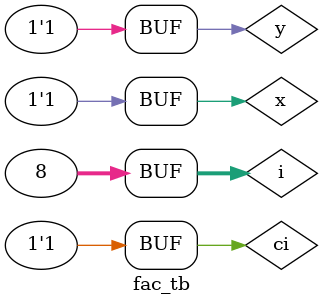
<source format=v>
module fac(
  input ci,
  input x,
  input y,
  output reg o,
  output reg co
);

always @* begin
  o=x^y^ci;
  co=(x&ci)|(y&ci)|(x&y);
end
  
endmodule

module fac_tb();
  
  reg ci;
  reg x;
  reg y;
  wire o;
  wire co;
  
  fac DUT_FAC(
    .ci(ci),
    .x(x),
    .y(y),
    .o(o),
    .co(co)
  );

  integer i;
  initial begin
    $display("Time\tx\ty\tci\to\tco");
    $monitor("%0t\t%b\t%b\t%b\t%b\t%b", $time, x, y, ci, o, co);
    for(i=0;i<=7;i=i+1)
	begin
	{x, y, ci}=i;
    	#100;
  	end
  end
  
endmodule
</source>
